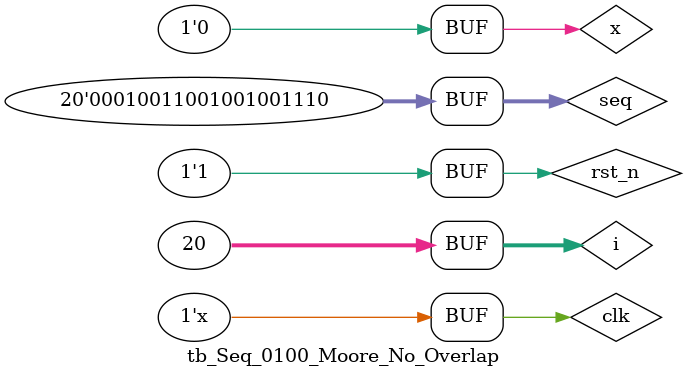
<source format=sv>
module sim;

    initial begin
        $dumpfile("dump.vcd");
        $dumpvars;
        #200
        $finish;
    end

endmodule

module tb_Seq_0100_Moore_No_Overlap;

    reg x, rst_n, clk;
    reg [0:19] seq = 'b0010011001001001110;
    wire y;
    integer i;

    Seq_0100_Moore_No_Overlap ins(.x(x), .rst_n(rst_n), .clk(clk), .y(y));

    always #4 clk = ~clk;

    initial begin
        clk = 1'b0;
        x = 1'b0;
        rst_n = 1'b1;
        #6
        rst_n = 1'b0;
        #2
        rst_n = 1'b1;

        for (i = 0; i < 20; i++)
            #8
            x = seq[i];
    end

endmodule

</source>
